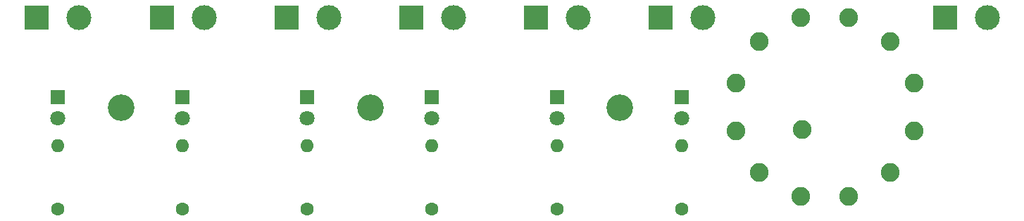
<source format=gts>
%TF.GenerationSoftware,KiCad,Pcbnew,9.0.0+dfsg-1*%
%TF.CreationDate,2025-03-19T00:40:57+01:00*%
%TF.ProjectId,control-matrix-6,636f6e74-726f-46c2-9d6d-61747269782d,1.0*%
%TF.SameCoordinates,Original*%
%TF.FileFunction,Soldermask,Top*%
%TF.FilePolarity,Negative*%
%FSLAX46Y46*%
G04 Gerber Fmt 4.6, Leading zero omitted, Abs format (unit mm)*
G04 Created by KiCad (PCBNEW 9.0.0+dfsg-1) date 2025-03-19 00:40:57*
%MOMM*%
%LPD*%
G01*
G04 APERTURE LIST*
%ADD10R,1.800000X1.800000*%
%ADD11C,1.800000*%
%ADD12C,2.250000*%
%ADD13C,1.600000*%
%ADD14O,1.600000X1.600000*%
%ADD15C,3.200000*%
%ADD16R,3.000000X3.000000*%
%ADD17C,3.000000*%
G04 APERTURE END LIST*
D10*
%TO.C,D3*%
X95400000Y-93730000D03*
D11*
X95400000Y-96270000D03*
%TD*%
D12*
%TO.C,SW1*%
X154754220Y-105600000D03*
X149778230Y-102727110D03*
X146905330Y-97751110D03*
X146905330Y-92005330D03*
X149778230Y-87029340D03*
X154754220Y-84156450D03*
X160500000Y-84156450D03*
X165476000Y-87029340D03*
X168348890Y-92005329D03*
X168348890Y-97751110D03*
X165476000Y-102727110D03*
X160500000Y-105600000D03*
X154904750Y-97600580D03*
%TD*%
D13*
%TO.C,R2*%
X80400000Y-107170000D03*
D14*
X80400000Y-99550000D03*
%TD*%
D10*
%TO.C,D2*%
X80400000Y-93730000D03*
D11*
X80400000Y-96270000D03*
%TD*%
D10*
%TO.C,D6*%
X140400000Y-93730000D03*
D11*
X140400000Y-96270000D03*
%TD*%
D13*
%TO.C,R6*%
X140400000Y-107170000D03*
D14*
X140400000Y-99550000D03*
%TD*%
D10*
%TO.C,D5*%
X125400000Y-93730000D03*
D11*
X125400000Y-96270000D03*
%TD*%
D15*
%TO.C,H2*%
X103000000Y-95000000D03*
%TD*%
D10*
%TO.C,D4*%
X110400000Y-93730000D03*
D11*
X110400000Y-96270000D03*
%TD*%
D13*
%TO.C,R5*%
X125400000Y-107170000D03*
D14*
X125400000Y-99550000D03*
%TD*%
D13*
%TO.C,R4*%
X110400000Y-107170000D03*
D14*
X110400000Y-99550000D03*
%TD*%
D15*
%TO.C,H1*%
X73000000Y-95000000D03*
%TD*%
%TO.C,H3*%
X133000000Y-95000000D03*
%TD*%
D13*
%TO.C,R1*%
X65400000Y-107170000D03*
D14*
X65400000Y-99550000D03*
%TD*%
D10*
%TO.C,D1*%
X65400000Y-93730000D03*
D11*
X65400000Y-96270000D03*
%TD*%
D13*
%TO.C,R3*%
X95400000Y-107170000D03*
D14*
X95400000Y-99550000D03*
%TD*%
D16*
%TO.C,J1*%
X62900000Y-84170000D03*
D17*
X67980000Y-84170000D03*
%TD*%
D16*
%TO.C,J2*%
X77900000Y-84170000D03*
D17*
X82980000Y-84170000D03*
%TD*%
D16*
%TO.C,J6*%
X137900000Y-84170000D03*
D17*
X142980000Y-84170000D03*
%TD*%
D16*
%TO.C,J3*%
X92900000Y-84170000D03*
D17*
X97980000Y-84170000D03*
%TD*%
D16*
%TO.C,J4*%
X107900000Y-84170000D03*
D17*
X112980000Y-84170000D03*
%TD*%
D16*
%TO.C,J9*%
X172060000Y-84100000D03*
D17*
X177140000Y-84100000D03*
%TD*%
D16*
%TO.C,J5*%
X122900000Y-84170000D03*
D17*
X127980000Y-84170000D03*
%TD*%
M02*

</source>
